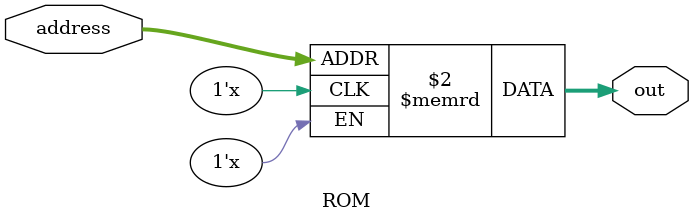
<source format=v>

module ROM(address, out);

    // I/O
    input [7:0]address;
    output reg [15:0]out;

    // Memory Block
    reg [15:0]memory[0:255];

    // Change output depending on address
    always @(address)
        out <= memory[address];

endmodule
</source>
